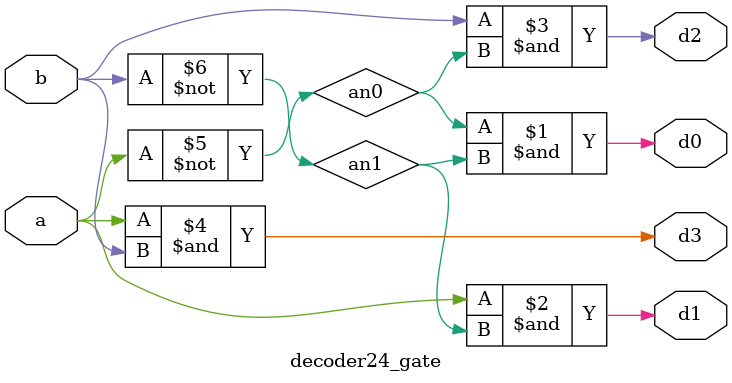
<source format=v>
`timescale 1ns / 1ps


  module decoder24_gate(d0,d1,d2,d3,a,b);
  input a,b;
  output d0,d1,d2,d3;
  wire an0,an1;
  not n1(an0,a);
  not n2(an1,b);
  and n3(d0,an0,an1);
  and n4(d1,a,an1);
  and n5(d2,b,an0);
  and n6(d3,a,b);
  endmodule


</source>
